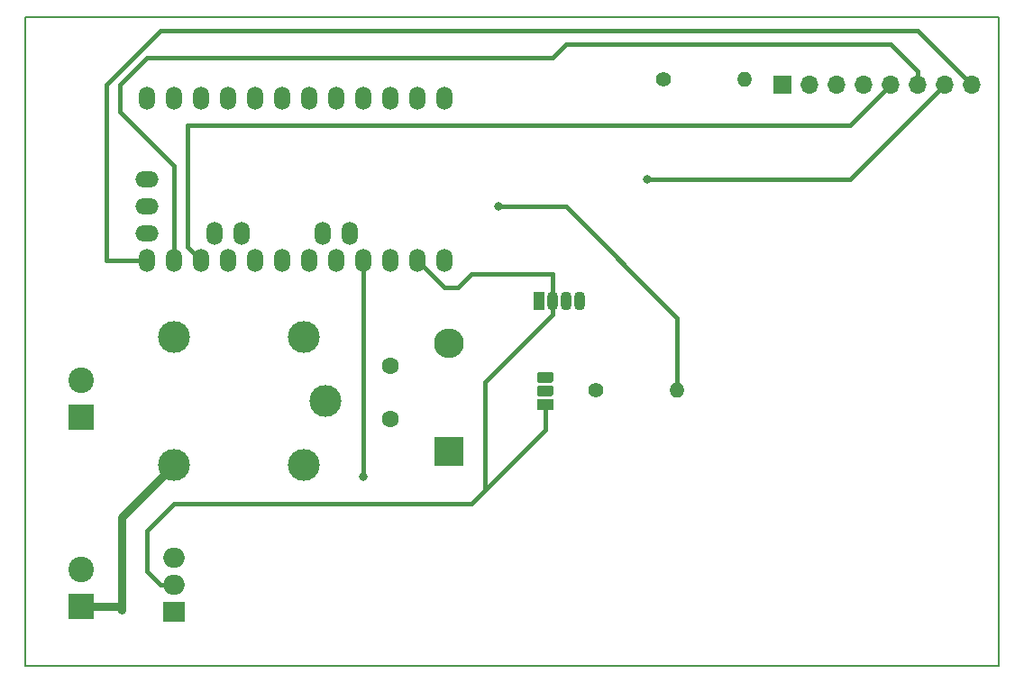
<source format=gbr>
G04 #@! TF.GenerationSoftware,KiCad,Pcbnew,(5.1.5)-3*
G04 #@! TF.CreationDate,2020-06-10T08:40:25+02:00*
G04 #@! TF.ProjectId,BOTLAND-2-KONTROLA-DOSTEPU,424f544c-414e-4442-9d32-2d4b4f4e5452,rev?*
G04 #@! TF.SameCoordinates,Original*
G04 #@! TF.FileFunction,Copper,L1,Top*
G04 #@! TF.FilePolarity,Positive*
%FSLAX46Y46*%
G04 Gerber Fmt 4.6, Leading zero omitted, Abs format (unit mm)*
G04 Created by KiCad (PCBNEW (5.1.5)-3) date 2020-06-10 08:40:25*
%MOMM*%
%LPD*%
G04 APERTURE LIST*
%ADD10C,0.150000*%
%ADD11O,1.400000X1.400000*%
%ADD12C,1.400000*%
%ADD13O,1.700000X1.700000*%
%ADD14R,1.700000X1.700000*%
%ADD15O,1.070000X1.800000*%
%ADD16R,1.070000X1.800000*%
%ADD17O,2.199640X1.501140*%
%ADD18O,1.501140X2.199640*%
%ADD19C,2.400000*%
%ADD20R,2.400000X2.400000*%
%ADD21O,2.000000X1.905000*%
%ADD22R,2.000000X1.905000*%
%ADD23C,0.100000*%
%ADD24R,1.500000X1.050000*%
%ADD25R,2.800000X2.800000*%
%ADD26O,2.800000X2.800000*%
%ADD27C,1.600000*%
%ADD28C,3.000000*%
%ADD29C,0.800000*%
%ADD30C,0.400000*%
%ADD31C,0.750000*%
G04 APERTURE END LIST*
D10*
X22860000Y-95250000D02*
X22860000Y-156210000D01*
X24130000Y-95250000D02*
X22860000Y-95250000D01*
X114300000Y-95250000D02*
X24130000Y-95250000D01*
X114300000Y-156210000D02*
X114300000Y-95250000D01*
X22860000Y-156210000D02*
X114300000Y-156210000D01*
D11*
X90464640Y-101112320D03*
D12*
X82844640Y-101112320D03*
D13*
X111760000Y-101600000D03*
X109220000Y-101600000D03*
X106680000Y-101600000D03*
X104140000Y-101600000D03*
X101600000Y-101600000D03*
X99060000Y-101600000D03*
X96520000Y-101600000D03*
D14*
X93980000Y-101600000D03*
D15*
X74930000Y-121920000D03*
X73660000Y-121920000D03*
X72390000Y-121920000D03*
D16*
X71120000Y-121920000D03*
D17*
X34290000Y-110490000D03*
X34290000Y-113030000D03*
X34290000Y-115570000D03*
D18*
X53340000Y-115570000D03*
X50800000Y-115570000D03*
X62230000Y-118110000D03*
X59690000Y-118110000D03*
X57150000Y-118110000D03*
X54610000Y-118110000D03*
X52070000Y-118110000D03*
X49530000Y-118110000D03*
X46990000Y-118110000D03*
X44450000Y-118110000D03*
X41910000Y-118110000D03*
X39370000Y-118110000D03*
X36830000Y-118110000D03*
X34290000Y-118110000D03*
X34290000Y-102870000D03*
X36830000Y-102870000D03*
X39370000Y-102870000D03*
X41910000Y-102870000D03*
X44450000Y-102870000D03*
X46990000Y-102870000D03*
X49530000Y-102870000D03*
X52070000Y-102870000D03*
X54610000Y-102870000D03*
X57150000Y-102870000D03*
X59690000Y-102870000D03*
X62230000Y-102870000D03*
X40640000Y-115570000D03*
X43180000Y-115570000D03*
D19*
X28102560Y-147157560D03*
D20*
X28102560Y-150657560D03*
D21*
X36830000Y-146050000D03*
X36830000Y-148590000D03*
D22*
X36830000Y-151130000D03*
D12*
X76494640Y-130322320D03*
D11*
X84114640Y-130322320D03*
G04 #@! TA.AperFunction,ComponentPad*
D23*
G36*
X72222509Y-129834144D02*
G01*
X72247991Y-129837924D01*
X72272980Y-129844183D01*
X72297234Y-129852862D01*
X72320522Y-129863876D01*
X72342617Y-129877119D01*
X72363308Y-129892465D01*
X72382396Y-129909764D01*
X72399695Y-129928852D01*
X72415041Y-129949543D01*
X72428284Y-129971638D01*
X72439298Y-129994926D01*
X72447977Y-130019180D01*
X72454236Y-130044169D01*
X72458016Y-130069651D01*
X72459280Y-130095380D01*
X72459280Y-130620380D01*
X72458016Y-130646109D01*
X72454236Y-130671591D01*
X72447977Y-130696580D01*
X72439298Y-130720834D01*
X72428284Y-130744122D01*
X72415041Y-130766217D01*
X72399695Y-130786908D01*
X72382396Y-130805996D01*
X72363308Y-130823295D01*
X72342617Y-130838641D01*
X72320522Y-130851884D01*
X72297234Y-130862898D01*
X72272980Y-130871577D01*
X72247991Y-130877836D01*
X72222509Y-130881616D01*
X72196780Y-130882880D01*
X71221780Y-130882880D01*
X71196051Y-130881616D01*
X71170569Y-130877836D01*
X71145580Y-130871577D01*
X71121326Y-130862898D01*
X71098038Y-130851884D01*
X71075943Y-130838641D01*
X71055252Y-130823295D01*
X71036164Y-130805996D01*
X71018865Y-130786908D01*
X71003519Y-130766217D01*
X70990276Y-130744122D01*
X70979262Y-130720834D01*
X70970583Y-130696580D01*
X70964324Y-130671591D01*
X70960544Y-130646109D01*
X70959280Y-130620380D01*
X70959280Y-130095380D01*
X70960544Y-130069651D01*
X70964324Y-130044169D01*
X70970583Y-130019180D01*
X70979262Y-129994926D01*
X70990276Y-129971638D01*
X71003519Y-129949543D01*
X71018865Y-129928852D01*
X71036164Y-129909764D01*
X71055252Y-129892465D01*
X71075943Y-129877119D01*
X71098038Y-129863876D01*
X71121326Y-129852862D01*
X71145580Y-129844183D01*
X71170569Y-129837924D01*
X71196051Y-129834144D01*
X71221780Y-129832880D01*
X72196780Y-129832880D01*
X72222509Y-129834144D01*
G37*
G04 #@! TD.AperFunction*
G04 #@! TA.AperFunction,ComponentPad*
G36*
X72222509Y-128564144D02*
G01*
X72247991Y-128567924D01*
X72272980Y-128574183D01*
X72297234Y-128582862D01*
X72320522Y-128593876D01*
X72342617Y-128607119D01*
X72363308Y-128622465D01*
X72382396Y-128639764D01*
X72399695Y-128658852D01*
X72415041Y-128679543D01*
X72428284Y-128701638D01*
X72439298Y-128724926D01*
X72447977Y-128749180D01*
X72454236Y-128774169D01*
X72458016Y-128799651D01*
X72459280Y-128825380D01*
X72459280Y-129350380D01*
X72458016Y-129376109D01*
X72454236Y-129401591D01*
X72447977Y-129426580D01*
X72439298Y-129450834D01*
X72428284Y-129474122D01*
X72415041Y-129496217D01*
X72399695Y-129516908D01*
X72382396Y-129535996D01*
X72363308Y-129553295D01*
X72342617Y-129568641D01*
X72320522Y-129581884D01*
X72297234Y-129592898D01*
X72272980Y-129601577D01*
X72247991Y-129607836D01*
X72222509Y-129611616D01*
X72196780Y-129612880D01*
X71221780Y-129612880D01*
X71196051Y-129611616D01*
X71170569Y-129607836D01*
X71145580Y-129601577D01*
X71121326Y-129592898D01*
X71098038Y-129581884D01*
X71075943Y-129568641D01*
X71055252Y-129553295D01*
X71036164Y-129535996D01*
X71018865Y-129516908D01*
X71003519Y-129496217D01*
X70990276Y-129474122D01*
X70979262Y-129450834D01*
X70970583Y-129426580D01*
X70964324Y-129401591D01*
X70960544Y-129376109D01*
X70959280Y-129350380D01*
X70959280Y-128825380D01*
X70960544Y-128799651D01*
X70964324Y-128774169D01*
X70970583Y-128749180D01*
X70979262Y-128724926D01*
X70990276Y-128701638D01*
X71003519Y-128679543D01*
X71018865Y-128658852D01*
X71036164Y-128639764D01*
X71055252Y-128622465D01*
X71075943Y-128607119D01*
X71098038Y-128593876D01*
X71121326Y-128582862D01*
X71145580Y-128574183D01*
X71170569Y-128567924D01*
X71196051Y-128564144D01*
X71221780Y-128562880D01*
X72196780Y-128562880D01*
X72222509Y-128564144D01*
G37*
G04 #@! TD.AperFunction*
D24*
X71709280Y-131627880D03*
D20*
X28102560Y-132877560D03*
D19*
X28102560Y-129377560D03*
D25*
X62677040Y-136067800D03*
D26*
X62677040Y-125907800D03*
D27*
X57139840Y-132974080D03*
X57139840Y-127974080D03*
D28*
X49059080Y-125307840D03*
X36859080Y-125307840D03*
X36859080Y-137307840D03*
X49059080Y-137307840D03*
X51059080Y-131307840D03*
D29*
X54610000Y-138430000D03*
X67310000Y-113030000D03*
X81280000Y-110490000D03*
D30*
X71709280Y-131627880D02*
X71709280Y-132760720D01*
X71709280Y-131627880D02*
X71709280Y-134030720D01*
X64770000Y-140970000D02*
X36830000Y-140970000D01*
X36830000Y-140970000D02*
X34290000Y-143510000D01*
X34290000Y-143510000D02*
X34290000Y-147320000D01*
X35560000Y-148590000D02*
X36830000Y-148590000D01*
X34290000Y-147320000D02*
X35560000Y-148590000D01*
X72390000Y-121920000D02*
X72390000Y-123190000D01*
X66040000Y-129540000D02*
X66040000Y-139700000D01*
X72390000Y-123190000D02*
X66040000Y-129540000D01*
X71709280Y-134030720D02*
X66040000Y-139700000D01*
X66040000Y-139700000D02*
X64770000Y-140970000D01*
X72390000Y-121920000D02*
X72390000Y-119380000D01*
X72390000Y-119380000D02*
X64770000Y-119380000D01*
X64770000Y-119380000D02*
X63500000Y-120650000D01*
X62230000Y-120650000D02*
X59690000Y-118110000D01*
X63500000Y-120650000D02*
X62230000Y-120650000D01*
X54610000Y-138430000D02*
X54610000Y-138430000D01*
X67310000Y-113030000D02*
X73660000Y-113030000D01*
X84114640Y-123484640D02*
X84114640Y-130322320D01*
X73660000Y-113030000D02*
X84114640Y-123484640D01*
X54610000Y-134620000D02*
X54610000Y-138430000D01*
X54610000Y-118110000D02*
X54610000Y-134620000D01*
X100330000Y-105410000D02*
X38100000Y-105410000D01*
X38100000Y-116840000D02*
X39370000Y-118110000D01*
X38100000Y-105410000D02*
X38100000Y-116840000D01*
X36830000Y-109220000D02*
X36830000Y-118110000D01*
X31750000Y-104140000D02*
X36830000Y-109220000D01*
X104140000Y-97790000D02*
X73660000Y-97790000D01*
X73660000Y-97790000D02*
X72390000Y-99060000D01*
X72390000Y-99060000D02*
X34290000Y-99060000D01*
X31750000Y-101600000D02*
X31750000Y-104140000D01*
X34290000Y-99060000D02*
X31750000Y-101600000D01*
X34290000Y-118110000D02*
X30480000Y-118110000D01*
X100330000Y-105410000D02*
X104140000Y-101600000D01*
X104140000Y-97790000D02*
X106680000Y-100330000D01*
X106680000Y-100330000D02*
X106680000Y-101600000D01*
X100330000Y-110490000D02*
X109220000Y-101600000D01*
X81280000Y-110490000D02*
X100330000Y-110490000D01*
X30480000Y-118110000D02*
X30480000Y-101600000D01*
X30480000Y-101600000D02*
X35560000Y-96520000D01*
X106680000Y-96520000D02*
X111760000Y-101600000D01*
X35560000Y-96520000D02*
X106680000Y-96520000D01*
D31*
X36859080Y-137307840D02*
X31926920Y-142240000D01*
X31926920Y-142240000D02*
X31926920Y-150953080D01*
X31631400Y-150657560D02*
X28102560Y-150657560D01*
X31926920Y-150953080D02*
X31631400Y-150657560D01*
M02*

</source>
